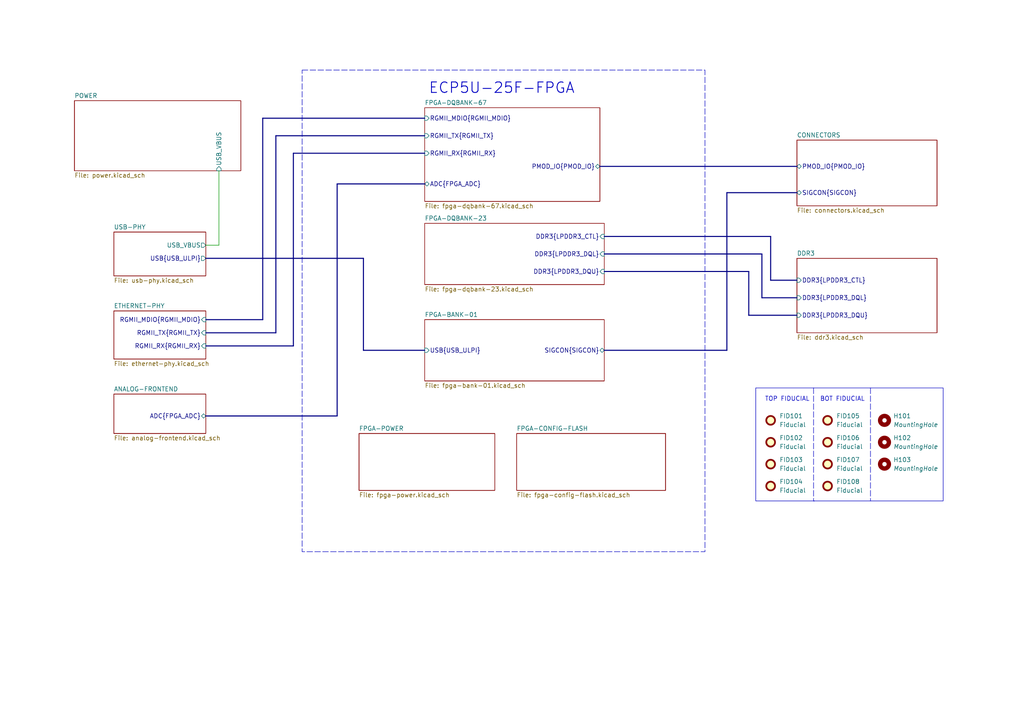
<source format=kicad_sch>
(kicad_sch (version 20250114) (generator "eeschema") (generator_version "9.0")
  (paper "A4")
  (lib_symbols
    (symbol "Mechanical:Fiducial" (in_bom no)
      (property "Reference" "FID" (at 0 5.08 0))
      (property "Value" "Fiducial" (at 0 3.175 0))
      (symbol "Fiducial_0_1"
        (circle (center 0 0) (radius 1.27) (stroke (width 0.508)) (fill (type background)))
      )
    )
    (symbol "Mechanical:MountingHole" (pin_names (offset 1.016)) (in_bom no)
      (property "Reference" "H" (at 0 5.08 0))
      (property "Value" "MountingHole" (at 0 3.175 0))
      (symbol "MountingHole_0_1"
        (circle (center 0 0) (radius 1.27) (stroke (width 1.27)))
      )
    )
  )
  (rectangle (start 219.202 112.522) (end 273.558 145.288))
  (rectangle (start 87.63 20.32) (end 204.47 160.02) (stroke (width 0) (type dash)))
  (text "TOP FIDUCIAL" (at 228.346 115.824 0) (effects (font (size 1.27 1.27))))
  (text "GENERAL FPGA NOTES" (at 103.886 -9.652 0) (effects (font (size 2.54 2.54)) (justify left bottom)))
  (text "ECP5U-25F-FPGA" (at 145.542 25.654 0) (effects (font (size 3.048 3.048) (thickness 0.254) (bold yes))))
  (text "POWER RECOMMENDATIONS\n- Check 3.1 TN-02038 for filtering and decoupling\n- Used banks: extra decoupling capacitance" (at 104.394 -1.778 0) (effects (font (size 1.27 1.27)) (justify left bottom)))
  (text "CONNECTORS\n- Connectors bound to a peripheral are kept in the same schematic\n- Connectors indifferent to FPGA bank are put in \"connectors\"" (at 188.468 -2.794 0) (effects (font (size 1.27 1.27)) (justify left bottom)))
  (text "BOT FIDUCIAL" (at 244.348 115.824 0) (effects (font (size 1.27 1.27))))
  (text "DESIGN RULES" (at 187.96 -10.668 0) (effects (font (size 2.54 2.54)) (justify left bottom)))
  (bus (pts (xy 217.17 78.74) (xy 175.26 78.74)))
  (bus (pts (xy 123.19 53.34) (xy 97.79 53.34)))
  (bus (pts (xy 59.69 96.52) (xy 80.01 96.52)))
  (bus (pts (xy 105.41 101.6) (xy 123.19 101.6)))
  (bus (pts (xy 220.98 86.36) (xy 220.98 73.66)))
  (wire (pts (xy 63.5 71.12) (xy 59.69 71.12)))
  (bus (pts (xy 105.41 101.6) (xy 105.41 74.93)))
  (bus (pts (xy 85.09 44.45) (xy 85.09 100.33)))
  (bus (pts (xy 223.52 81.28) (xy 223.52 68.58)))
  (bus (pts (xy 220.98 73.66) (xy 175.26 73.66)))
  (polyline (pts (xy 235.966 112.522) (xy 235.966 145.288)) (stroke (width 0) (type dash)))
  (bus (pts (xy 76.2 34.29) (xy 123.19 34.29)))
  (wire (pts (xy 63.5 49.53) (xy 63.5 71.12)))
  (bus (pts (xy 217.17 91.44) (xy 231.14 91.44)))
  (polyline (pts (xy 235.966 145.288) (xy 236.22 145.288)))
  (bus (pts (xy 76.2 92.71) (xy 59.69 92.71)))
  (bus (pts (xy 105.41 74.93) (xy 59.69 74.93)))
  (bus (pts (xy 210.82 101.6) (xy 210.82 55.88)))
  (bus (pts (xy 59.69 120.65) (xy 97.79 120.65)))
  (bus (pts (xy 59.69 100.33) (xy 85.09 100.33)))
  (bus (pts (xy 210.82 55.88) (xy 231.14 55.88)))
  (bus (pts (xy 175.26 101.6) (xy 210.82 101.6)))
  (bus (pts (xy 97.79 53.34) (xy 97.79 120.65)))
  (bus (pts (xy 223.52 81.28) (xy 231.14 81.28)))
  (bus (pts (xy 173.99 48.26) (xy 231.14 48.26)))
  (polyline (pts (xy 252.476 112.522) (xy 252.476 145.288)) (stroke (width 0) (type dash)))
  (bus (pts (xy 80.01 39.37) (xy 80.01 96.52)))
  (bus (pts (xy 80.01 39.37) (xy 123.19 39.37)))
  (bus (pts (xy 123.19 44.45) (xy 85.09 44.45)))
  (bus (pts (xy 76.2 34.29) (xy 76.2 92.71)))
  (bus (pts (xy 217.17 91.44) (xy 217.17 78.74)))
  (bus (pts (xy 223.52 68.58) (xy 175.26 68.58)))
  (bus (pts (xy 220.98 86.36) (xy 231.14 86.36)))
  (symbol (lib_id "Mechanical:MountingHole") (at 256.54 134.62 0) (unit 1) (in_bom no)
    (property "Reference" "H103" (at 259.08 133.3499 0) (effects (justify left)))
    (property "Value" "MountingHole" (at 259.08 135.8899 0) (effects (font (italic yes)) (justify left)))
    (property "Footprint" "MountingHole:ToolingHole_1.152mm" (effects (hide yes)))
    (property "Description" "Mounting Hole without connection" (effects (hide yes)))
  )
  (symbol (lib_id "Mechanical:Fiducial") (at 223.52 121.92 0) (unit 1) (in_bom no)
    (property "Reference" "FID101" (at 226.06 120.6499 0) (effects (justify left)))
    (property "Value" "Fiducial" (at 226.06 123.1899 0) (effects (justify left)))
    (property "Footprint" "Fiducial:Fiducial_1mm_Mask2mm" (effects (hide yes)))
    (property "Description" "Fiducial Marker" (effects (hide yes)))
  )
  (symbol (lib_id "Mechanical:Fiducial") (at 223.52 134.62 0) (unit 1) (in_bom no)
    (property "Reference" "FID103" (at 226.06 133.3499 0) (effects (justify left)))
    (property "Value" "Fiducial" (at 226.06 135.8899 0) (effects (justify left)))
    (property "Footprint" "Fiducial:Fiducial_1mm_Mask2mm" (effects (hide yes)))
    (property "Description" "Fiducial Marker" (effects (hide yes)))
  )
  (symbol (lib_id "Mechanical:Fiducial") (at 240.03 121.92 0) (unit 1) (in_bom no)
    (property "Reference" "FID105" (at 242.57 120.6499 0) (effects (justify left)))
    (property "Value" "Fiducial" (at 242.57 123.1899 0) (effects (justify left)))
    (property "Footprint" "Fiducial:Fiducial_1mm_Mask2mm" (effects (hide yes)))
    (property "Description" "Fiducial Marker" (effects (hide yes)))
  )
  (symbol (lib_id "Mechanical:Fiducial") (at 223.52 128.27 0) (unit 1) (in_bom no)
    (property "Reference" "FID102" (at 226.06 126.9999 0) (effects (justify left)))
    (property "Value" "Fiducial" (at 226.06 129.5399 0) (effects (justify left)))
    (property "Footprint" "Fiducial:Fiducial_1mm_Mask2mm" (effects (hide yes)))
    (property "Description" "Fiducial Marker" (effects (hide yes)))
  )
  (symbol (lib_id "Mechanical:MountingHole") (at 256.54 128.27 0) (unit 1) (in_bom no)
    (property "Reference" "H102" (at 259.08 126.9999 0) (effects (justify left)))
    (property "Value" "MountingHole" (at 259.08 129.5399 0) (effects (font (italic yes)) (justify left)))
    (property "Footprint" "MountingHole:ToolingHole_1.152mm" (effects (hide yes)))
    (property "Description" "Mounting Hole without connection" (effects (hide yes)))
  )
  (symbol (lib_id "Mechanical:MountingHole") (at 256.54 121.92 0) (unit 1) (in_bom no)
    (property "Reference" "H101" (at 259.08 120.6499 0) (effects (justify left)))
    (property "Value" "MountingHole" (at 259.08 123.1899 0) (effects (font (italic yes)) (justify left)))
    (property "Footprint" "MountingHole:ToolingHole_1.152mm" (effects (hide yes)))
    (property "Description" "Mounting Hole without connection" (effects (hide yes)))
  )
  (symbol (lib_id "Mechanical:Fiducial") (at 240.03 134.62 0) (unit 1) (in_bom no)
    (property "Reference" "FID107" (at 242.57 133.3499 0) (effects (justify left)))
    (property "Value" "Fiducial" (at 242.57 135.8899 0) (effects (justify left)))
    (property "Footprint" "Fiducial:Fiducial_1mm_Mask2mm" (effects (hide yes)))
    (property "Description" "Fiducial Marker" (effects (hide yes)))
  )
  (symbol (lib_id "Mechanical:Fiducial") (at 240.03 140.97 0) (unit 1) (in_bom no)
    (property "Reference" "FID108" (at 242.57 139.6999 0) (effects (justify left)))
    (property "Value" "Fiducial" (at 242.57 142.2399 0) (effects (justify left)))
    (property "Footprint" "Fiducial:Fiducial_1mm_Mask2mm" (effects (hide yes)))
    (property "Description" "Fiducial Marker" (effects (hide yes)))
  )
  (symbol (lib_id "Mechanical:Fiducial") (at 240.03 128.27 0) (unit 1) (in_bom no)
    (property "Reference" "FID106" (at 242.57 126.9999 0) (effects (justify left)))
    (property "Value" "Fiducial" (at 242.57 129.5399 0) (effects (justify left)))
    (property "Footprint" "Fiducial:Fiducial_1mm_Mask2mm" (effects (hide yes)))
    (property "Description" "Fiducial Marker" (effects (hide yes)))
  )
  (symbol (lib_id "Mechanical:Fiducial") (at 223.52 140.97 0) (unit 1) (in_bom no)
    (property "Reference" "FID104" (at 226.06 139.6999 0) (effects (justify left)))
    (property "Value" "Fiducial" (at 226.06 142.2399 0) (effects (justify left)))
    (property "Footprint" "Fiducial:Fiducial_1mm_Mask2mm" (effects (hide yes)))
    (property "Description" "Fiducial Marker" (effects (hide yes)))
  )
  (sheet (at 21.59 29.21) (size 48.26 20.32) (stroke (width 0.1524))
    (property "Sheetname" "POWER" (at 21.59 28.4984 0) (effects (justify left bottom)))
    (property "Sheetfile" "power.kicad_sch" (at 21.59 50.1146 0) (effects (justify left top)))
    (pin "USB_VBUS" input (at 63.5 49.53 270))
  )
  (sheet (at 149.86 125.73) (size 43.18 16.51) (stroke (width 0.1524))
    (property "Sheetname" "FPGA-CONFIG-FLASH" (at 149.86 125.0184 0) (effects (justify left bottom)))
    (property "Sheetfile" "fpga-config-flash.kicad_sch" (at 149.86 142.8246 0) (effects (justify left top)))
  )
  (sheet (at 123.19 92.71) (size 52.07 17.78) (stroke (width 0.1524))
    (property "Sheetname" "FPGA-BANK-01" (at 123.19 91.9984 0) (effects (justify left bottom)))
    (property "Sheetfile" "fpga-bank-01.kicad_sch" (at 123.19 111.0746 0) (effects (justify left top)))
    (pin "USB{USB_ULPI}" input (at 123.19 101.6 180))
    (pin "SIGCON{SIGCON}" bidirectional (at 175.26 101.6 0))
  )
  (sheet (at 33.02 114.3) (size 26.67 11.43) (stroke (width 0.1524))
    (property "Sheetname" "ANALOG-FRONTEND" (at 33.02 113.5884 0) (effects (justify left bottom)))
    (property "Sheetfile" "analog-frontend.kicad_sch" (at 33.02 126.3146 0) (effects (justify left top)))
    (pin "ADC{FPGA_ADC}" bidirectional (at 59.69 120.65 0))
  )
  (sheet (at 123.19 31.242) (size 50.8 27.178) (stroke (width 0.1524))
    (property "Sheetname" "FPGA-DQBANK-67" (at 123.19 30.5304 0) (effects (justify left bottom)))
    (property "Sheetfile" "fpga-dqbank-67.kicad_sch" (at 123.19 59.0046 0) (effects (justify left top)))
    (pin "ADC{FPGA_ADC}" bidirectional (at 123.19 53.34 180))
    (pin "RGMII_RX{RGMII_RX}" input (at 123.19 44.45 180))
    (pin "RGMII_MDIO{RGMII_MDIO}" input (at 123.19 34.29 180))
    (pin "RGMII_TX{RGMII_TX}" input (at 123.19 39.37 180))
    (pin "PMOD_IO{PMOD_IO}" bidirectional (at 173.99 48.26 0))
  )
  (sheet (at 104.14 125.73) (size 39.37 16.51) (stroke (width 0.1524))
    (property "Sheetname" "FPGA-POWER" (at 104.14 125.0184 0) (effects (justify left bottom)))
    (property "Sheetfile" "fpga-power.kicad_sch" (at 104.14 142.8246 0) (effects (justify left top)))
  )
  (sheet (at 123.19 64.77) (size 52.07 17.78) (stroke (width 0.1524))
    (property "Sheetname" "FPGA-DQBANK-23" (at 123.19 64.0584 0) (effects (justify left bottom)))
    (property "Sheetfile" "fpga-dqbank-23.kicad_sch" (at 123.19 83.1346 0) (effects (justify left top)))
    (pin "DDR3{LPDDR3_DQL}" input (at 175.26 73.66 0))
    (pin "DDR3{LPDDR3_DQU}" input (at 175.26 78.74 0))
    (pin "DDR3{LPDDR3_CTL}" input (at 175.26 68.58 0))
  )
  (sheet (at 231.14 40.64) (size 40.64 19.05) (stroke (width 0.1524))
    (property "Sheetname" "CONNECTORS" (at 231.14 39.9284 0) (effects (justify left bottom)))
    (property "Sheetfile" "connectors.kicad_sch" (at 231.14 60.2746 0) (effects (justify left top)))
    (pin "SIGCON{SIGCON}" bidirectional (at 231.14 55.88 180))
    (pin "PMOD_IO{PMOD_IO}" bidirectional (at 231.14 48.26 180))
  )
  (sheet (at 33.02 67.31) (size 26.67 12.7) (stroke (width 0.1524))
    (property "Sheetname" "USB-PHY" (at 33.02 66.5984 0) (effects (justify left bottom)))
    (property "Sheetfile" "usb-phy.kicad_sch" (at 33.02 80.5946 0) (effects (justify left top)))
    (pin "USB{USB_ULPI}" output (at 59.69 74.93 0))
    (pin "USB_VBUS" output (at 59.69 71.12 0))
  )
  (sheet (at 33.02 90.17) (size 26.67 13.97) (stroke (width 0.1524))
    (property "Sheetname" "ETHERNET-PHY" (at 33.02 89.4584 0) (effects (justify left bottom)))
    (property "Sheetfile" "ethernet-phy.kicad_sch" (at 33.02 104.7246 0) (effects (justify left top)))
    (pin "RGMII_TX{RGMII_TX}" input (at 59.69 96.52 0))
    (pin "RGMII_RX{RGMII_RX}" input (at 59.69 100.33 0))
    (pin "RGMII_MDIO{RGMII_MDIO}" input (at 59.69 92.71 0))
  )
  (sheet (at 231.14 74.93) (size 40.64 21.59) (stroke (width 0.1524))
    (property "Sheetname" "DDR3" (at 231.14 74.2184 0) (effects (justify left bottom)))
    (property "Sheetfile" "ddr3.kicad_sch" (at 231.14 97.1046 0) (effects (justify left top)))
    (pin "DDR3{LPDDR3_DQU}" input (at 231.14 91.44 180))
    (pin "DDR3{LPDDR3_CTL}" input (at 231.14 81.28 180))
    (pin "DDR3{LPDDR3_DQL}" input (at 231.14 86.36 180))
  )
)
</source>
